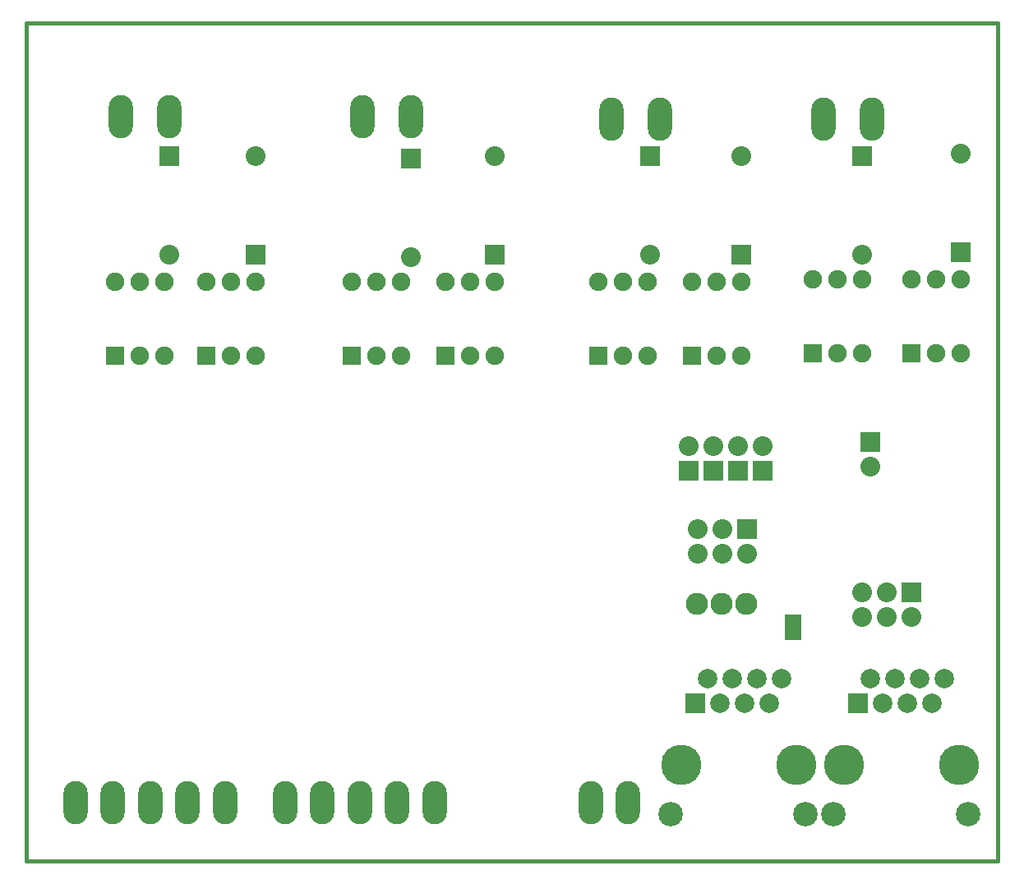
<source format=gbs>
G04 (created by PCBNEW (2013-07-07 BZR 4022)-stable) date 02/10/2018 19:34:55*
%MOIN*%
G04 Gerber Fmt 3.4, Leading zero omitted, Abs format*
%FSLAX34Y34*%
G01*
G70*
G90*
G04 APERTURE LIST*
%ADD10C,0.00590551*%
%ADD11C,0.015*%
%ADD12O,0.098X0.176*%
%ADD13R,0.08X0.08*%
%ADD14C,0.08*%
%ADD15C,0.1637*%
%ADD16R,0.0791X0.0791*%
%ADD17C,0.0791*%
%ADD18C,0.0987402*%
%ADD19R,0.07X0.058*%
%ADD20C,0.09*%
%ADD21R,0.075X0.075*%
%ADD22C,0.075*%
G04 APERTURE END LIST*
G54D10*
G54D11*
X71500Y-62000D02*
X110900Y-62000D01*
X71500Y-28000D02*
X110900Y-28000D01*
X110900Y-28000D02*
X110800Y-28000D01*
X110900Y-62000D02*
X110900Y-28000D01*
X71500Y-62000D02*
X71500Y-28000D01*
G54D12*
X82000Y-59645D03*
X83515Y-59645D03*
X85031Y-59645D03*
X86547Y-59645D03*
X88062Y-59645D03*
X73500Y-59645D03*
X75015Y-59645D03*
X76531Y-59645D03*
X78047Y-59645D03*
X79562Y-59645D03*
G54D13*
X107400Y-51112D03*
G54D14*
X107400Y-52112D03*
X106400Y-51112D03*
X106400Y-52112D03*
X105400Y-51112D03*
X105400Y-52112D03*
G54D13*
X101375Y-46175D03*
G54D14*
X101375Y-45175D03*
G54D13*
X100375Y-46175D03*
G54D14*
X100375Y-45175D03*
G54D13*
X98375Y-46175D03*
G54D14*
X98375Y-45175D03*
G54D13*
X105725Y-45000D03*
G54D14*
X105725Y-46000D03*
G54D13*
X99375Y-46175D03*
G54D14*
X99375Y-45175D03*
G54D13*
X100725Y-48525D03*
G54D14*
X100725Y-49525D03*
X99725Y-48525D03*
X99725Y-49525D03*
X98725Y-48525D03*
X98725Y-49525D03*
G54D12*
X94400Y-59645D03*
X95915Y-59645D03*
X77290Y-31800D03*
X75320Y-31800D03*
X87090Y-31800D03*
X85120Y-31800D03*
X97190Y-31900D03*
X95220Y-31900D03*
X105790Y-31900D03*
X103820Y-31900D03*
G54D15*
X102738Y-58112D03*
X98065Y-58112D03*
G54D16*
X98650Y-55612D03*
G54D17*
X99150Y-54612D03*
X99650Y-55612D03*
X100150Y-54612D03*
X100650Y-55612D03*
X101150Y-54612D03*
X101650Y-55612D03*
X102150Y-54612D03*
G54D18*
X97650Y-60112D03*
X103100Y-60112D03*
G54D15*
X109338Y-58112D03*
X104665Y-58112D03*
G54D16*
X105250Y-55612D03*
G54D17*
X105750Y-54612D03*
X106250Y-55612D03*
X106750Y-54612D03*
X107250Y-55612D03*
X107750Y-54612D03*
X108250Y-55612D03*
X108750Y-54612D03*
G54D18*
X104250Y-60112D03*
X109700Y-60112D03*
G54D19*
X102600Y-52250D03*
X102600Y-52750D03*
G54D20*
X98700Y-51575D03*
X99700Y-51575D03*
X100700Y-51575D03*
G54D13*
X77300Y-33400D03*
G54D14*
X77300Y-37400D03*
G54D13*
X80800Y-37400D03*
G54D14*
X80800Y-33400D03*
G54D13*
X87100Y-33500D03*
G54D14*
X87100Y-37500D03*
G54D13*
X90500Y-37400D03*
G54D14*
X90500Y-33400D03*
G54D13*
X96800Y-33400D03*
G54D14*
X96800Y-37400D03*
G54D13*
X100500Y-37400D03*
G54D14*
X100500Y-33400D03*
G54D13*
X105400Y-33400D03*
G54D14*
X105400Y-37400D03*
G54D13*
X109400Y-37300D03*
G54D14*
X109400Y-33300D03*
G54D21*
X75100Y-41500D03*
G54D22*
X76100Y-41500D03*
X77100Y-41500D03*
X77100Y-38500D03*
X76100Y-38500D03*
X75100Y-38500D03*
G54D21*
X78800Y-41500D03*
G54D22*
X79800Y-41500D03*
X80800Y-41500D03*
X80800Y-38500D03*
X79800Y-38500D03*
X78800Y-38500D03*
G54D21*
X84700Y-41500D03*
G54D22*
X85700Y-41500D03*
X86700Y-41500D03*
X86700Y-38500D03*
X85700Y-38500D03*
X84700Y-38500D03*
G54D21*
X88500Y-41500D03*
G54D22*
X89500Y-41500D03*
X90500Y-41500D03*
X90500Y-38500D03*
X89500Y-38500D03*
X88500Y-38500D03*
G54D21*
X94700Y-41500D03*
G54D22*
X95700Y-41500D03*
X96700Y-41500D03*
X96700Y-38500D03*
X95700Y-38500D03*
X94700Y-38500D03*
G54D21*
X98500Y-41500D03*
G54D22*
X99500Y-41500D03*
X100500Y-41500D03*
X100500Y-38500D03*
X99500Y-38500D03*
X98500Y-38500D03*
G54D21*
X103400Y-41400D03*
G54D22*
X104400Y-41400D03*
X105400Y-41400D03*
X105400Y-38400D03*
X104400Y-38400D03*
X103400Y-38400D03*
G54D21*
X107400Y-41400D03*
G54D22*
X108400Y-41400D03*
X109400Y-41400D03*
X109400Y-38400D03*
X108400Y-38400D03*
X107400Y-38400D03*
M02*

</source>
